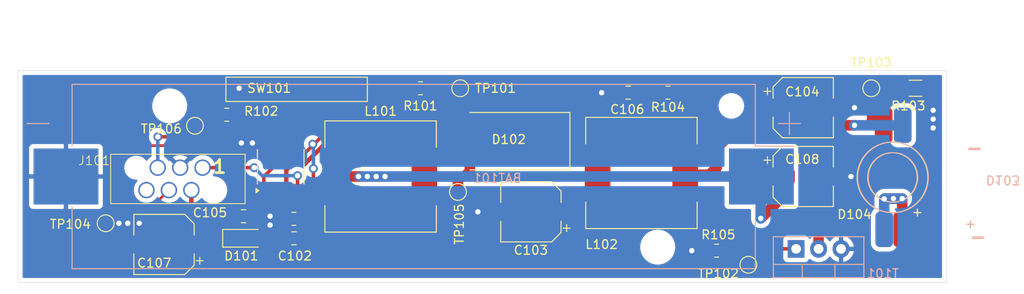
<source format=kicad_pcb>
(kicad_pcb (version 20241229) (generator "pcbnew") (generator_version "9.0")
  (layers (0 "F.Cu" signal) (2 "B.Cu" signal) (13 "F.Paste" user) (15 "B.Paste" user) (5 "F.SilkS" user "F.Silkscreen") (7 "B.SilkS" user "B.Silkscreen") (1 "F.Mask" user) (3 "B.Mask" user) (25 "Edge.Cuts" user))
  (net 0 "")
  (net 1 "GND")
  (net 2 "/PWR_MCU")
  (net 3 "/Current")
  (net 4 "/ICSPDAT")
  (net 5 "+BATT")
  (net 6 "/ICSPCLK")
  (net 7 "/MCLR!")
  (net 8 "/LED_PWR")
  (net 9 "/Boost")
  (net 10 "/LED")
  (net 11 "/SW_OUT")
  (net 12 "/Shunt")
  (net 14 "/Reed_In")
  (net 15 "/Switch")
  (net 16 "/DEBUG")
  (footprint "Capacitor_SMD:CP_Elec_6.3x5.8" (layer "F.Cu") (at 108 112 180)
    (property "Reference" "C103" (at 0 -4.35 0) (layer "F.SilkS"))
    (property "Value" "100µF/16V")
    (fp_line (start 3.41 3.41) (end 3.41 1.06) (stroke (width 0.12)) (layer "F.SilkS"))
    (fp_line (start 3.41 -3.41) (end 3.41 -1.06) (stroke (width 0.12)) (layer "F.SilkS"))
    (fp_line (start -2.345563 3.41) (end 3.41 3.41) (stroke (width 0.12)) (layer "F.SilkS"))
    (fp_line (start -2.345563 -3.41) (end 3.41 -3.41) (stroke (width 0.12)) (layer "F.SilkS"))
    (fp_line (start -3.41 2.345563) (end -2.345563 3.41) (stroke (width 0.12)) (layer "F.SilkS"))
    (fp_line (start -3.41 2.345563) (end -3.41 1.06) (stroke (width 0.12)) (layer "F.SilkS"))
    (fp_line (start -3.41 -2.345563) (end -2.345563 -3.41) (stroke (width 0.12)) (layer "F.SilkS"))
    (fp_line (start -3.41 -2.345563) (end -3.41 -1.06) (stroke (width 0.12)) (layer "F.SilkS"))
    (fp_line (start -4.04375 -2.24125) (end -4.04375 -1.45375) (stroke (width 0.12)) (layer "F.SilkS"))
    (fp_line (start -4.4375 -1.8475) (end -3.65 -1.8475) (stroke (width 0.12)) (layer "F.SilkS"))
    (pad "1" smd roundrect (at -2.7 0 180) (size 3.5 1.6) (layers "F.Cu" "F.Mask" "F.Paste") (roundrect_rratio 0.15625) (net 9 "/Boost"))
    (pad "2" smd roundrect (at 2.7 0 180) (size 3.5 1.6) (layers "F.Cu" "F.Mask" "F.Paste") (roundrect_rratio 0.15625) (net 1 "GND"))
  )
  (footprint "Resistor_SMD:R_0805_2012Metric_Pad1.20x1.40mm_HandSolder" (layer "F.Cu") (at 123.5 98.5 180)
    (property "Reference" "R104" (at 0 -1.65 0) (layer "F.SilkS"))
    (property "Value" "1K")
    (fp_line (start -0.227064 0.735) (end 0.227064 0.735) (stroke (width 0.12)) (layer "F.SilkS"))
    (fp_line (start -0.227064 -0.735) (end 0.227064 -0.735) (stroke (width 0.12)) (layer "F.SilkS"))
    (pad "1" smd roundrect (at -1 0 180) (size 1.2 1.4) (layers "F.Cu" "F.Mask" "F.Paste") (roundrect_rratio 0.208333) (net 12 "/Shunt"))
    (pad "2" smd roundrect (at 1 0 180) (size 1.2 1.4) (layers "F.Cu" "F.Mask" "F.Paste") (roundrect_rratio 0.208333) (net 3 "/Current"))
  )
  (footprint "Resistor_SMD:R_0805_2012Metric_Pad1.20x1.40mm_HandSolder" (layer "F.Cu") (at 95.5 98 180)
    (property "Reference" "R101" (at 0 -2 0) (layer "F.SilkS"))
    (property "Value" "10K")
    (fp_line (start -0.227064 0.735) (end 0.227064 0.735) (stroke (width 0.12)) (layer "F.SilkS"))
    (fp_line (start -0.227064 -0.735) (end 0.227064 -0.735) (stroke (width 0.12)) (layer "F.SilkS"))
    (pad "1" smd roundrect (at -1 0 180) (size 1.2 1.4) (layers "F.Cu" "F.Mask" "F.Paste") (roundrect_rratio 0.208333) (net 2 "/PWR_MCU"))
    (pad "2" smd roundrect (at 1 0 180) (size 1.2 1.4) (layers "F.Cu" "F.Mask" "F.Paste") (roundrect_rratio 0.208333) (net 14 "/Reed_In"))
  )
  (footprint "Capacitor_SMD:CP_Elec_6.3x5.8" (layer "F.Cu") (at 66.5 115.7 180)
    (property "Reference" "C107" (at 1.1 -2.1 0) (layer "F.SilkS"))
    (property "Value" "100µF/16V")
    (fp_line (start 3.41 3.41) (end 3.41 1.06) (stroke (width 0.12)) (layer "F.SilkS"))
    (fp_line (start 3.41 -3.41) (end 3.41 -1.06) (stroke (width 0.12)) (layer "F.SilkS"))
    (fp_line (start -2.345563 3.41) (end 3.41 3.41) (stroke (width 0.12)) (layer "F.SilkS"))
    (fp_line (start -2.345563 -3.41) (end 3.41 -3.41) (stroke (width 0.12)) (layer "F.SilkS"))
    (fp_line (start -3.41 2.345563) (end -2.345563 3.41) (stroke (width 0.12)) (layer "F.SilkS"))
    (fp_line (start -3.41 2.345563) (end -3.41 1.06) (stroke (width 0.12)) (layer "F.SilkS"))
    (fp_line (start -3.41 -2.345563) (end -2.345563 -3.41) (stroke (width 0.12)) (layer "F.SilkS"))
    (fp_line (start -3.41 -2.345563) (end -3.41 -1.06) (stroke (width 0.12)) (layer "F.SilkS"))
    (fp_line (start -4.04375 -2.24125) (end -4.04375 -1.45375) (stroke (width 0.12)) (layer "F.SilkS"))
    (fp_line (start -4.4375 -1.8475) (end -3.65 -1.8475) (stroke (width 0.12)) (layer "F.SilkS"))
    (pad "1" smd roundrect (at -2.7 0 180) (size 3.5 1.6) (layers "F.Cu" "F.Mask" "F.Paste") (roundrect_rratio 0.15625) (net 2 "/PWR_MCU"))
    (pad "2" smd roundrect (at 2.7 0 180) (size 3.5 1.6) (layers "F.Cu" "F.Mask" "F.Paste") (roundrect_rratio 0.15625) (net 1 "GND"))
  )
  (footprint "Capacitor_SMD:C_0805_2012Metric_Pad1.18x1.45mm_HandSolder" (layer "F.Cu") (at 119 98.5 180)
    (property "Reference" "C106" (at 0.1 -1.9 0) (layer "F.SilkS"))
    (property "Value" "100nF")
    (fp_line (start -0.261252 0.735) (end 0.261252 0.735) (stroke (width 0.12)) (layer "F.SilkS"))
    (fp_line (start -0.261252 -0.735) (end 0.261252 -0.735) (stroke (width 0.12)) (layer "F.SilkS"))
    (pad "1" smd roundrect (at -1.0375 0 180) (size 1.175 1.45) (layers "F.Cu" "F.Mask" "F.Paste") (roundrect_rratio 0.212766) (net 3 "/Current"))
    (pad "2" smd roundrect (at 1.0375 0 180) (size 1.175 1.45) (layers "F.Cu" "F.Mask" "F.Paste") (roundrect_rratio 0.212766) (net 1 "GND"))
  )
  (footprint "TestPoint:TestPoint_Pad_D1.5mm" (layer "F.Cu") (at 146.5 98)
    (property "Reference" "TP103" (at 0 -2.9 0) (layer "F.SilkS"))
    (property "Value" "TestPoint")
    (fp_circle (center 0 0) (end 0 0.95) (stroke (width 0.12)) (fill no) (layer "F.SilkS"))
    (pad "1" smd circle (at 0 0) (size 1.5 1.5) (layers "F.Cu" "F.Mask") (net 12 "/Shunt"))
  )
  (footprint "Diode_SMD:D_SMC_Handsoldering" (layer "F.Cu") (at 105.5 104 180)
    (property "Reference" "D102" (at 0 0.2 180) (layer "F.SilkS"))
    (property "Value" "SL42")
    (fp_line (start -6.91 3.25) (end 4.4 3.25) (stroke (width 0.12)) (layer "F.SilkS"))
    (fp_line (start -6.91 3.25) (end -6.91 -3.25) (stroke (width 0.12)) (layer "F.SilkS"))
    (fp_line (start -6.91 -3.25) (end 4.4 -3.25) (stroke (width 0.12)) (layer "F.SilkS"))
    (pad "1" smd roundrect (at -4.4 0 270) (size 3.3 4.5) (layers "F.Cu" "F.Mask" "F.Paste") (roundrect_rratio 0.0757575758) (net 9 "/Boost"))
    (pad "2" smd roundrect (at 4.4 0 270) (size 3.3 4.5) (layers "F.Cu" "F.Mask" "F.Paste") (roundrect_rratio 0.0757575758) (net 11 "/SW_OUT"))
  )
  (footprint "Capacitor_SMD:CP_Elec_6.3x5.8" (layer "F.Cu") (at 138.8 100.2)
    (property "Reference" "C104" (at -0.1 -1.8 0) (layer "F.SilkS"))
    (property "Value" "100µF/16V")
    (fp_line (start -4.4375 -1.8475) (end -3.65 -1.8475) (stroke (width 0.12)) (layer "F.SilkS"))
    (fp_line (start -4.04375 -2.24125) (end -4.04375 -1.45375) (stroke (width 0.12)) (layer "F.SilkS"))
    (fp_line (start -3.41 -2.345563) (end -3.41 -1.06) (stroke (width 0.12)) (layer "F.SilkS"))
    (fp_line (start -3.41 -2.345563) (end -2.345563 -3.41) (stroke (width 0.12)) (layer "F.SilkS"))
    (fp_line (start -3.41 2.345563) (end -3.41 1.06) (stroke (width 0.12)) (layer "F.SilkS"))
    (fp_line (start -3.41 2.345563) (end -2.345563 3.41) (stroke (width 0.12)) (layer "F.SilkS"))
    (fp_line (start -2.345563 -3.41) (end 3.41 -3.41) (stroke (width 0.12)) (layer "F.SilkS"))
    (fp_line (start -2.345563 3.41) (end 3.41 3.41) (stroke (width 0.12)) (layer "F.SilkS"))
    (fp_line (start 3.41 -3.41) (end 3.41 -1.06) (stroke (width 0.12)) (layer "F.SilkS"))
    (fp_line (start 3.41 3.41) (end 3.41 1.06) (stroke (width 0.12)) (layer "F.SilkS"))
    (pad "1" smd roundrect (at -2.7 0) (size 3.5 1.6) (layers "F.Cu" "F.Mask" "F.Paste") (roundrect_rratio 0.15625) (net 8 "/LED_PWR"))
    (pad "2" smd roundrect (at 2.7 0) (size 3.5 1.6) (layers "F.Cu" "F.Mask" "F.Paste") (roundrect_rratio 0.15625) (net 1 "GND"))
  )
  (footprint "TestPoint:TestPoint_Pad_D1.5mm" (layer "F.Cu") (at 70 102.25)
    (property "Reference" "TP106" (at -3.8 0.35 0) (layer "F.SilkS"))
    (property "Value" "TestPoint")
    (fp_circle (center 0 0) (end 0 0.95) (stroke (width 0.12)) (fill no) (layer "F.SilkS"))
    (pad "1" smd circle (at 0 0) (size 1.5 1.5) (layers "F.Cu" "F.Mask") (net 16 "/DEBUG"))
  )
  (footprint "Resistor_SMD:R_0805_2012Metric_Pad1.20x1.40mm_HandSolder" (layer "F.Cu") (at 81.2 112.8 180)
    (property "Reference" "R106" (hide yes))
    (property "Value" "10K")
    (fp_line (start -0.227064 0.735) (end 0.227064 0.735) (stroke (width 0.12)) (layer "F.SilkS"))
    (fp_line (start -0.227064 -0.735) (end 0.227064 -0.735) (stroke (width 0.12)) (layer "F.SilkS"))
    (pad "1" smd roundrect (at -1 0 180) (size 1.2 1.4) (layers "F.Cu" "F.Mask" "F.Paste") (roundrect_rratio 0.208333) (net 2 "/PWR_MCU"))
    (pad "2" smd roundrect (at 1 0 180) (size 1.2 1.4) (layers "F.Cu" "F.Mask" "F.Paste") (roundrect_rratio 0.208333) (net 7 "/MCLR!"))
  )
  (footprint "Package_SO:SSOP-8_3.9x5.05mm_P1.27mm" (layer "F.Cu") (at 79.7 106.9 90)
    (property "Reference" "IC101" (hide yes))
    (property "Value" "PIC16LF15313")
    (fp_line (start 0 -2.635) (end 1.95 -2.635) (stroke (width 0.12)) (layer "F.SilkS"))
    (fp_line (start 0 -2.635) (end -1.95 -2.635) (stroke (width 0.12)) (layer "F.SilkS"))
    (fp_line (start 0 2.635) (end 1.95 2.635) (stroke (width 0.12)) (layer "F.SilkS"))
    (fp_line (start 0 2.635) (end -1.95 2.635) (stroke (width 0.12)) (layer "F.SilkS"))
    (fp_poly (pts (xy -2.7 -2.465) (xy -2.94 -2.795) (xy -2.46 -2.795) (xy -2.7 -2.465)) (stroke (width 0.12)) (fill yes) (layer "F.SilkS"))
    (pad "1" smd roundrect (at -2.675 -1.905 90) (size 1.55 0.6) (layers "F.Cu" "F.Mask" "F.Paste") (net 2 "/PWR_MCU"))
    (pad "2" smd roundrect (at -2.675 -0.635 90) (size 1.55 0.6) (layers "F.Cu" "F.Mask" "F.Paste") (net 15 "/Switch"))
    (pad "3" smd roundrect (at -2.675 0.635 90) (size 1.55 0.6) (layers "F.Cu" "F.Mask" "F.Paste") (net 3 "/Current"))
    (pad "4" smd roundrect (at -2.675 1.905 90) (size 1.55 0.6) (layers "F.Cu" "F.Mask" "F.Paste") (net 7 "/MCLR!"))
    (pad "5" smd roundrect (at 2.675 1.905 90) (size 1.55 0.6) (layers "F.Cu" "F.Mask" "F.Paste") (net 14 "/Reed_In"))
    (pad "6" smd roundrect (at 2.675 0.635 90) (size 1.55 0.6) (layers "F.Cu" "F.Mask" "F.Paste") (net 6 "/ICSPCLK"))
    (pad "7" smd roundrect (at 2.675 -0.635 90) (size 1.55 0.6) (layers "F.Cu" "F.Mask" "F.Paste") (net 4 "/ICSPDAT"))
    (pad "8" smd roundrect (at 2.675 -1.905 90) (size 1.55 0.6) (layers "F.Cu" "F.Mask" "F.Paste") (net 1 "GND"))
  )
  (footprint "MySkedd:SKEDD-6" (layer "F.Cu") (at 70.866 107)
    (property "Reference" "J101" (at -12.266 -0.8 0) (layer "F.SilkS") (effects (font (thickness 0.1))))
    (property "Value" "SKEDD6")
    (fp_rect (start -10.399 -1.524) (end 4.811 4.076) (stroke (width 0.1)) (fill no) (layer "F.SilkS"))
    (fp_text user "1" (at 1.016 0.762 0) (layer "F.SilkS") (effects (font (size 1.5 1.5) (thickness 0.3) (bold yes)) (justify left bottom)))
    (pad "" np_thru_hole circle (at -7.5 0) (size 2.2 2.2) (drill 2.2) (layers "*.Cu" "*.Mask"))
    (pad "" np_thru_hole circle (at 1.23 2.54) (size 2.6 2.6) (drill 2.6) (layers "*.Cu" "*.Mask"))
    (pad "1" thru_hole circle (at 0 0) (size 1.85 1.85) (drill 1.5) (layers "*.Cu" "*.Mask") (net 7 "/MCLR!"))
    (pad "2" thru_hole circle (at -1.27 2.54) (size 1.85 1.85) (drill 1.5) (layers "*.Cu" "*.Mask") (net 2 "/PWR_MCU"))
    (pad "3" thru_hole circle (at -2.54 0) (size 1.85 1.85) (drill 1.5) (layers "*.Cu" "*.Mask") (net 1 "GND"))
    (pad "4" thru_hole circle (at -3.81 2.54) (size 1.85 1.85) (drill 1.5) (layers "*.Cu" "*.Mask") (net 4 "/ICSPDAT"))
    (pad "5" thru_hole circle (at -5.08 0) (size 1.85 1.85) (drill 1.5) (layers "*.Cu" "*.Mask") (net 6 "/ICSPCLK"))
    (pad "6" thru_hole circle (at -6.35 2.54) (size 1.85 1.85) (drill 1.5) (layers "*.Cu" "*.Mask"))
  )
  (footprint "Resistor_SMD:R_0805_2012Metric_Pad1.20x1.40mm_HandSolder" (layer "F.Cu") (at 73.6 101 180)
    (property "Reference" "R102" (at -3.9 0.4 0) (layer "F.SilkS"))
    (property "Value" "1K")
    (fp_line (start -0.227064 0.735) (end 0.227064 0.735) (stroke (width 0.12)) (layer "F.SilkS"))
    (fp_line (start -0.227064 -0.735) (end 0.227064 -0.735) (stroke (width 0.12)) (layer "F.SilkS"))
    (pad "1" smd roundrect (at -1 0 180) (size 1.2 1.4) (layers "F.Cu" "F.Mask" "F.Paste") (roundrect_rratio 0.208333) (net 6 "/ICSPCLK"))
    (pad "2" smd roundrect (at 1 0 180) (size 1.2 1.4) (layers "F.Cu" "F.Mask" "F.Paste") (roundrect_rratio 0.208333) (net 16 "/DEBUG"))
  )
  (footprint "Inductor_SMD:L_12x12mm_H8mm" (layer "F.Cu") (at 91 108)
    (property "Reference" "L101" (at 0 -7.4 0) (layer "F.SilkS"))
    (property "Value" "33µH")
    (fp_line (start -6.3 -6.3) (end 6.3 -6.3) (stroke (width 0.12)) (layer "F.SilkS"))
    (fp_line (start -6.3 -3.3) (end -6.3 -6.3) (stroke (width 0.12)) (layer "F.SilkS"))
    (fp_line (start -6.3 6.3) (end -6.3 3.3) (stroke (width 0.12)) (layer "F.SilkS"))
    (fp_line (start 6.3 -6.3) (end 6.3 -3.3) (stroke (width 0.12)) (layer "F.SilkS"))
    (fp_line (start 6.3 3.3) (end 6.3 6.3) (stroke (width 0.12)) (layer "F.SilkS"))
    (fp_line (start 6.3 6.3) (end -6.3 6.3) (stroke (width 0.12)) (layer "F.SilkS"))
    (pad "1" smd rect (at -4.95 0) (size 2.9 5.4) (layers "F.Cu" "F.Mask" "F.Paste") (net 5 "+BATT"))
    (pad "2" smd rect (at 4.95 0) (size 2.9 5.4) (layers "F.Cu" "F.Mask" "F.Paste") (net 11 "/SW_OUT"))
  )
  (footprint "Capacitor_SMD:C_0805_2012Metric_Pad1.18x1.45mm_HandSolder" (layer "F.Cu") (at 81.2 115 180)
    (property "Reference" "C102" (at -0.1 -2 180) (layer "F.SilkS"))
    (property "Value" "100nF")
    (fp_line (start -0.261252 0.735) (end 0.261252 0.735) (stroke (width 0.12)) (layer "F.SilkS"))
    (fp_line (start -0.261252 -0.735) (end 0.261252 -0.735) (stroke (width 0.12)) (layer "F.SilkS"))
    (pad "1" smd roundrect (at -1.0375 0 180) (size 1.175 1.45) (layers "F.Cu" "F.Mask" "F.Paste") (roundrect_rratio 0.212766) (net 5 "+BATT"))
    (pad "2" smd roundrect (at 1.0375 0 180) (size 1.175 1.45) (layers "F.Cu" "F.Mask" "F.Paste") (roundrect_rratio 0.212766) (net 1 "GND"))
  )
  (footprint "TestPoint:TestPoint_Pad_D1.5mm" (layer "F.Cu") (at 99.75 109.75)
    (property "Reference" "TP105" (at 0.15 3.65 90) (layer "F.SilkS"))
    (property "Value" "TestPoint")
    (fp_circle (center 0 0) (end 0 0.95) (stroke (width 0.12)) (fill no) (layer "F.SilkS"))
    (pad "1" smd circle (at 0 0) (size 1.5 1.5) (layers "F.Cu" "F.Mask") (net 11 "/SW_OUT"))
  )
  (footprint "TestPoint:TestPoint_Pad_D1.5mm" (layer "F.Cu") (at 59.9 113.3)
    (property "Reference" "TP104" (at -4 0.1 0) (layer "F.SilkS"))
    (property "Value" "TestPoint")
    (fp_circle (center 0 0) (end 0 0.95) (stroke (width 0.12)) (fill no) (layer "F.SilkS"))
    (pad "1" smd circle (at 0 0) (size 1.5 1.5) (layers "F.Cu" "F.Mask") (net 1 "GND"))
  )
  (footprint "Capacitor_SMD:C_0805_2012Metric_Pad1.18x1.45mm_HandSolder" (layer "F.Cu") (at 75.5 112.5)
    (property "Reference" "C105" (at -3.8 -0.4 180) (layer "F.SilkS"))
    (property "Value" "100nF")
    (fp_line (start -0.261252 -0.735) (end 0.261252 -0.735) (stroke (width 0.12)) (layer "F.SilkS"))
    (fp_line (start -0.261252 0.735) (end 0.261252 0.735) (stroke (width 0.12)) (layer "F.SilkS"))
    (pad "1" smd roundrect (at -1.0375 0) (size 1.175 1.45) (layers "F.Cu" "F.Mask" "F.Paste") (roundrect_rratio 0.212766) (net 2 "/PWR_MCU"))
    (pad "2" smd roundrect (at 1.0375 0) (size 1.175 1.45) (layers "F.Cu" "F.Mask" "F.Paste") (roundrect_rratio 0.212766) (net 1 "GND"))
  )
  (footprint "MyLED:LPB200XX" (layer "F.Cu") (at 148.9 108.1)
    (property "Reference" "D104" (at -4.3 4.2 0) (layer "F.SilkS"))
    (property "Value" "LB-P200W2C-H3")
    (fp_circle (center 0 0) (end 2.8 0) (stroke (width 0.12)) (fill no) (layer "F.SilkS"))
    (fp_circle (center 0 0) (end 4 0) (stroke (width 0.12)) (fill no) (layer "F.SilkS"))
    (fp_text user "+" (at 2.1 4.5 0) (layer "F.SilkS") (effects (justify left bottom)))
    (fp_text user "-" (at 10.8 7.6 -0) (layer "B.SilkS") (effects (font (size 1.5 1.5) (thickness 0.3) (bold yes)) (justify right bottom)))
    (pad "1" smd roundrect (at -1 -5.9 270) (size 4.0025 2.0025) (layers "F.Cu" "F.Mask" "F.Paste") (net 12 "/Shunt"))
    (pad "2" smd roundrect (at 1.1 5.9 270) (size 4.0025 2.0025) (layers "F.Cu" "F.Mask" "F.Paste") (net 10 "/LED"))
  )
  (footprint "Inductor_SMD:L_12x12mm_H8mm" (layer "F.Cu") (at 120.5 107.6)
    (property "Reference" "L102" (at -4.5 8.1 0) (layer "F.SilkS"))
    (property "Value" "33µH")
    (fp_line (start -6.3 -6.3) (end 6.3 -6.3) (stroke (width 0.12)) (layer "F.SilkS"))
    (fp_line (start -6.3 -3.3) (end -6.3 -6.3) (stroke (width 0.12)) (layer "F.SilkS"))
    (fp_line (start -6.3 6.3) (end -6.3 3.3) (stroke (width 0.12)) (layer "F.SilkS"))
    (fp_line (start 6.3 -6.3) (end 6.3 -3.3) (stroke (width 0.12)) (layer "F.SilkS"))
    (fp_line (start 6.3 3.3) (end 6.3 6.3) (stroke (width 0.12)) (layer "F.SilkS"))
    (fp_line (start 6.3 6.3) (end -6.3 6.3) (stroke (width 0.12)) (layer "F.SilkS"))
    (pad "1" smd rect (at -4.95 0) (size 2.9 5.4) (layers "F.Cu" "F.Mask" "F.Paste") (net 9 "/Boost"))
    (pad "2" smd rect (at 4.95 0) (size 2.9 5.4) (layers "F.Cu" "F.Mask" "F.Paste") (net 8 "/LED_PWR"))
  )
  (footprint "TestPoint:TestPoint_Pad_D1.5mm" (layer "F.Cu") (at 100 98)
    (property "Reference" "TP101" (at 4 0 0) (layer "F.SilkS"))
    (property "Value" "TestPoint")
    (fp_circle (center 0 0) (end 0 0.95) (stroke (width 0.12)) (fill no) (layer "F.SilkS"))
    (pad "1" smd circle (at 0 0) (size 1.5 1.5) (layers "F.Cu" "F.Mask") (net 2 "/PWR_MCU"))
  )
  (footprint "MyReed:Meder MK15-C-2" (layer "F.Cu") (at 81.5 98)
    (property "Reference" "SW101" (at -3.1 0 0) (layer "F.SilkS"))
    (property "Value" "MK15-C2")
    (fp_rect (start -8 -1.25) (end 8 1.5) (stroke (width 0.12)) (fill no) (layer "F.SilkS"))
    (pad "1" smd roundrect (at -9.2 0) (size 2 1.5) (layers "F.Cu" "F.Mask" "F.Paste") (net 1 "GND"))
    (pad "2" smd roundrect (at 9.2 0) (size 2 1.5) (layers "F.Cu" "F.Mask" "F.Paste") (net 14 "/Reed_In"))
  )
  (footprint "Capacitor_SMD:CP_Elec_6.3x5.8" (layer "F.Cu") (at 138.8 108)
    (property "Reference" "C108" (at -0.1 -1.95 0) (layer "F.SilkS"))
    (property "Value" "100µF/16V")
    (fp_line (start -4.4375 -1.8475) (end -3.65 -1.8475) (stroke (width 0.12)) (layer "F.SilkS"))
    (fp_line (start -4.04375 -2.24125) (end -4.04375 -1.45375) (stroke (width 0.12)) (layer "F.SilkS"))
    (fp_line (start -3.41 -2.345563) (end -3.41 -1.06) (stroke (width 0.12)) (layer "F.SilkS"))
    (fp_line (start -3.41 -2.345563) (end -2.345563 -3.41) (stroke (width 0.12)) (layer "F.SilkS"))
    (fp_line (start -3.41 2.345563) (end -3.41 1.06) (stroke (width 0.12)) (layer "F.SilkS"))
    (fp_line (start -3.41 2.345563) (end -2.345563 3.41) (stroke (width 0.12)) (layer "F.SilkS"))
    (fp_line (start -2.345563 -3.41) (end 3.41 -3.41) (stroke (width 0.12)) (layer "F.SilkS"))
    (fp_line (start -2.345563 3.41) (end 3.41 3.41) (stroke (width 0.12)) (layer "F.SilkS"))
    (fp_line (start 3.41 -3.41) (end 3.41 -1.06) (stroke (width 0.12)) (layer "F.SilkS"))
    (fp_line (start 3.41 3.41) (end 3.41 1.06) (stroke (width 0.12)) (layer "F.SilkS"))
    (pad "1" smd roundrect (at -2.7 0) (size 3.5 1.6) (layers "F.Cu" "F.Mask" "F.Paste") (roundrect_rratio 0.15625) (net 5 "+BATT"))
    (pad "2" smd roundrect (at 2.7 0) (size 3.5 1.6) (layers "F.Cu" "F.Mask" "F.Paste") (roundrect_rratio 0.15625) (net 1 "GND"))
  )
  (footprint "TestPoint:TestPoint_Pad_D1.5mm" (layer "F.Cu") (at 132.6 118)
    (property "Reference" "TP102" (at -3.4 1 0) (layer "F.SilkS"))
    (property "Value" "TestPoint")
    (fp_circle (center 0 0) (end 0 0.95) (stroke (width 0.12)) (fill no) (layer "F.SilkS"))
    (pad "1" smd circle (at 0 0) (size 1.5 1.5) (layers "F.Cu" "F.Mask") (net 15 "/Switch"))
  )
  (footprint "Diode_SMD:D_SOD-123" (layer "F.Cu") (at 75.5 115)
    (property "Reference" "D101" (at -0.261252 2 0) (layer "F.SilkS"))
    (property "Value" "BAV16W")
    (fp_line (start -2.36 -1) (end -2.36 1) (stroke (width 0.12)) (layer "F.SilkS"))
    (fp_line (start -2.36 -1) (end 1.65 -1) (stroke (width 0.12)) (layer "F.SilkS"))
    (fp_line (start -2.36 1) (end 1.65 1) (stroke (width 0.12)) (layer "F.SilkS"))
    (pad "1" smd roundrect (at -1.65 0) (size 0.9 1.2) (layers "F.Cu" "F.Mask" "F.Paste") (net 2 "/PWR_MCU"))
    (pad "2" smd roundrect (at 1.65 0) (size 0.9 1.2) (layers "F.Cu" "F.Mask" "F.Paste") (net 5 "+BATT"))
  )
  (footprint "Resistor_SMD:R_1206_3216Metric_Pad1.30x1.75mm_HandSolder" (layer "F.Cu") (at 151.5 98)
    (property "Reference" "R103" (at -0.8 2 0) (layer "F.SilkS"))
    (property "Value" "1")
    (fp_line (start -0.727064 -0.91) (end 0.727064 -0.91) (stroke (width 0.12)) (layer "F.SilkS"))
    (fp_line (start -0.727064 0.91) (end 0.727064 0.91) (stroke (width 0.12)) (layer "F.SilkS"))
    (pad "1" smd roundrect (at -1.55 0) (size 1.3 1.75) (layers "F.Cu" "F.Mask" "F.Paste") (roundrect_rratio 0.192308) (net 12 "/Shunt"))
    (pad "2" smd roundrect (at 1.55 0) (size 1.3 1.75) (layers "F.Cu" "F.Mask" "F.Paste") (roundrect_rratio 0.192308) (net 1 "GND"))
  )
  (footprint "Resistor_SMD:R_0805_2012Metric_Pad1.20x1.40mm_HandSolder" (layer "F.Cu") (at 129 116.4 180)
    (property "Reference" "R105" (at -0.2 1.8 0) (layer "F.SilkS"))
    (property "Value" "100K")
    (fp_line (start -0.227064 0.735) (end 0.227064 0.735) (stroke (width 0.12)) (layer "F.SilkS"))
    (fp_line (start -0.227064 -0.735) (end 0.227064 -0.735) (stroke (width 0.12)) (layer "F.SilkS"))
    (pad "1" smd roundrect (at -1 0 180) (size 1.2 1.4) (layers "F.Cu" "F.Mask" "F.Paste") (roundrect_rratio 0.208333) (net 15 "/Switch"))
    (pad "2" smd roundrect (at 1 0 180) (size 1.2 1.4) (layers "F.Cu" "F.Mask" "F.Paste") (roundrect_rratio 0.208333) (net 1 "GND"))
  )
  (footprint "Package_TO_SOT_THT:TO-220-3_Vertical" (layer "B.Cu") (at 138 116.2)
    (property "Reference" "T101" (at 9.8 2.8 180) (layer "B.SilkS") (effects (justify mirror)))
    (property "Value" "DMT6009LCT")
    (fp_line (start -2.58 -1.371) (end 7.66 -1.371) (stroke (width 0.12)) (layer "B.SilkS"))
    (fp_line (start -2.58 1.76) (end 7.66 1.76) (stroke (width 0.12)) (layer "B.SilkS"))
    (fp_line (start -2.58 3.27) (end -2.58 -1.371) (stroke (width 0.12)) (layer "B.SilkS"))
    (fp_line (start -2.58 3.27) (end 7.66 3.27) (stroke (width 0.12)) (layer "B.SilkS"))
    (fp_line (start 0.69 3.27) (end 0.69 1.76) (stroke (width 0.12)) (layer "B.SilkS"))
    (fp_line (start 4.391 3.27) (end 4.391 1.76) (stroke (width 0.12)) (layer "B.SilkS"))
    (fp_line (start 7.66 3.27) (end 7.66 -1.371) (stroke (width 0.12)) (layer "B.SilkS"))
    (pad "1" thru_hole rect (at 0 0) (size 1.905 2) (drill 1.1) (layers "*.Cu" "*.Mask") (net 15 "/Switch"))
    (pad "2" thru_hole oval (at 2.54 0) (size 1.905 2) (drill 1.1) (layers "*.Cu" "*.Mask") (net 11 "/SW_OUT"))
    (pad "3" thru_hole oval (at 5.08 0) (size 1.905 2) (drill 1.1) (layers "*.Cu" "*.Mask") (net 1 "GND"))
  )
  (footprint "MyLED:LPB200XX" (layer "B.Cu") (at 148.96 108.1)
    (property "Reference" "D103" (at 12.44 0.3 180) (layer "B.SilkS") (effects (justify mirror)))
    (property "Value" "LB-P200W2C-H3")
    (fp_circle (center 0 0) (end 2.8 0) (stroke (width 0.12)) (fill no) (layer "B.SilkS"))
    (fp_circle (center 0 0) (end 4 0) (stroke (width 0.12)) (fill no) (layer "B.SilkS"))
    (fp_text user "-" (at 10.34 -4 180) (layer "B.SilkS") (effects (font (size 1.5 1.5) (thickness 0.3) (bold yes)) (justify left bottom)))
    (fp_text user "+" (at 8.04 4.8 180) (layer "B.SilkS") (effects (justify left bottom mirror)))
    (pad "1" smd roundrect (at -1 5.9 90) (size 4.0025 2.0025) (layers "B.Cu" "B.Mask" "B.Paste") (net 10 "/LED"))
    (pad "2" smd roundrect (at 1.1 -5.9 90) (size 4.0025 2.0025) (layers "B.Cu" "B.Mask" "B.Paste") (net 8 "/LED_PWR"))
  )
  (footprint "Battery:BatteryHolder_Keystone_1042_1x18650" (layer "B.Cu") (at 94.742 108 180)
    (property "Reference" "BAT101" (at -9.458 -0.2 0) (layer "B.SilkS") (effects (justify mirror)))
    (property "Value" "KEYSTONE Battery Holder 1042")
    (fp_line (start 43.75 6) (end 41.25 6) (stroke (width 0.12)) (layer "B.SilkS"))
    (fp_line (start 38.64 10.44) (end -38.64 10.44) (stroke (width 0.12)) (layer "B.SilkS"))
    (fp_line (start 38.64 3.44) (end 38.64 10.42) (stroke (width 0.12)) (layer "B.SilkS"))
    (fp_line (start 38.64 -3.44) (end 38.64 -10.44) (stroke (width 0.12)) (layer "B.SilkS"))
    (fp_line (start 38.64 -10.44) (end -38.64 -10.44) (stroke (width 0.12)) (layer "B.SilkS"))
    (fp_line (start -38.64 10.44) (end -38.64 3.44) (stroke (width 0.12)) (layer "B.SilkS"))
    (fp_line (start -38.64 3.44) (end -43 3.44) (stroke (width 0.12)) (layer "B.SilkS"))
    (fp_line (start -38.64 -10.44) (end -38.64 -3.44) (stroke (width 0.12)) (layer "B.SilkS"))
    (fp_line (start -42.5 4.75) (end -42.5 7.25) (stroke (width 0.12)) (layer "B.SilkS"))
    (fp_line (start -43.75 6) (end -41.25 6) (stroke (width 0.12)) (layer "B.SilkS"))
    (pad "" np_thru_hole circle (at -35.93 8 180) (size 2.39 2.39) (drill 2.39) (layers "*.Cu" "*.Mask"))
    (pad "" np_thru_hole circle (at -27.6 -8 180) (size 3.45 3.45) (drill 3.45) (layers "*.Cu" "*.Mask"))
    (pad "" np_thru_hole circle (at 27.6 8 180) (size 3.45 3.45) (drill 3.45) (layers "*.Cu" "*.Mask"))
    (pad "1" smd rect (at -39.33 0 180) (size 7.34 6.35) (layers "B.Cu" "B.Mask" "B.Paste") (net 5 "+BATT"))
    (pad "2" smd rect (at 39.33 0 180) (size 7.34 6.35) (layers "B.Cu" "B.Mask" "B.Paste") (net 1 "GND"))
  )
  (gr_rect (start 50 96) (end 155 120) (stroke (width 0.05)) (fill no) (layer "Edge.Cuts"))
  (gr_text "Diver flasher" (at 84.5 117 0) (layer "F.Cu") (effects (font (size 1.5 1.5) (thickness 0.3) (bold yes)) (justify left bottom)))
  (gr_text "V1.1" (at 154 118.5 90) (layer "F.Cu") (effects (font (size 1.5 1.5) (thickness 0.3) (bold yes)) (justify left bottom)))
  (segment (start 153.05 99.55) (end 153.5 100) (width 1.2) (layer "F.Cu") (net 1))
  (segment (start 117.9625 98.5) (end 116 98.5) (width 1.2) (layer "F.Cu") (net 1))
  (segment (start 153.5 100.5) (end 153.5 101.5) (width 1.2) (layer "F.Cu") (net 1))
  (segment (start 153.5 100) (end 153.5 100.5) (width 1.2) (layer "F.Cu") (net 1))
  (segment (start 63.7 113.3) (end 62.4 113.3) (width 1.2) (layer "F.Cu") (net 1))
  (segment (start 62.4 113.3) (end 61.4 113.3) (width 1.2) (layer "F.Cu") (net 1))
  (segment (start 153.5 101.5) (end 153.5 102.5) (width 1.2) (layer "F.Cu") (net 1))
  (segment (start 76.5375 112.5) (end 78.5 112.5) (width 0.4) (layer "F.Cu") (net 1))
  (segment (start 77.795 104.225) (end 76.525 104.225) (width 0.5) (layer "F.Cu") (net 1))
  (segment (start 141.5 108) (end 144.2 108) (width 1.2) (layer "F.Cu") (net 1))
  (segment (start 79.4625 115) (end 80.1625 115) (width 0.4) (layer "F.Cu") (net 1))
  (segment (start 105.3 112) (end 102 112) (width 1.2) (layer "F.Cu") (net 1))
  (segment (start 153.05 98) (end 153.05 99.55) (width 1.2) (layer "F.Cu") (net 1))
  (segment (start 78.5 113.5) (end 78.5 114.0375) (width 0.4) (layer "F.Cu") (net 1))
  (segment (start 63.8 113.4) (end 63.7 113.3) (width 1.2) (layer "F.Cu") (net 1))
  (segment (start 63.8 115.7) (end 63.8 113.4) (width 1.2) (layer "F.Cu") (net 1))
  (segment (start 78.5 114.0375) (end 79.4625 115) (width 0.4) (layer "F.Cu") (net 1))
  (segment (start 78.5 112.5) (end 78.5 113.5) (width 0.4) (layer "F.Cu") (net 1))
  (segment (start 144.6 100.2) (end 141.5 100.2) (width 1.2) (layer "F.Cu") (net 1))
  (segment (start 126.2 116.4) (end 128 116.4) (width 1.2) (layer "F.Cu") (net 1))
  (segment (start 75.25 104.2) (end 76.5 104.2) (width 0.6) (layer "F.Cu") (net 1))
  (segment (start 76.525 104.225) (end 76.5 104.2) (width 0.5) (layer "F.Cu") (net 1))
  (segment (start 61.4 113.3) (end 59.9 113.3) (width 1.2) (layer "F.Cu") (net 1))
  (segment (start 72.3 98) (end 75 98) (width 0.4) (layer "F.Cu") (net 1))
  (via (at 153.5 100.5) (size 1) (drill 0.6) (layers "F.Cu" "B.Cu") (net 1))
  (via (at 76.5 104.2) (size 1) (drill 0.6) (layers "F.Cu" "B.Cu") (net 1))
  (via (at 78.5 112.5) (size 1) (drill 0.6) (layers "F.Cu" "B.Cu") (net 1))
  (via (at 61.4 113.3) (size 1) (drill 0.6) (layers "F.Cu" "B.Cu") (net 1))
  (via (at 78.5 113.5) (size 1) (drill 0.6) (layers "F.Cu" "B.Cu") (net 1))
  (via (at 102 112) (size 1) (drill 0.6) (layers "F.Cu" "B.Cu") (net 1))
  (via (at 75 98) (size 1) (drill 0.6) (layers "F.Cu" "B.Cu") (net 1))
  (via (at 144.2 108) (size 1) (drill 0.6) (layers "F.Cu" "B.Cu") (net 1))
  (via (at 153.5 102.5) (size 1) (drill 0.6) (layers "F.Cu" "B.Cu") (net 1))
  (via (at 116 98.5) (size 1.2) (drill 0.6) (layers "F.Cu" "B.Cu") (net 1))
  (via (at 153.5 101.5) (size 1) (drill 0.6) (layers "F.Cu" "B.Cu") (net 1))
  (via (at 63.7 113.3) (size 1) (drill 0.6) (layers "F.Cu" "B.Cu") (net 1))
  (via (at 62.4 113.3) (size 1) (drill 0.6) (layers "F.Cu" "B.Cu") (net 1))
  (via (at 75.25 104.2) (size 1) (drill 0.6) (layers "F.Cu" "B.Cu") (net 1))
  (via (at 144.6 100.2) (size 1) (drill 0.6) (layers "F.Cu" "B.Cu") (net 1))
  (via (at 126.2 116.4) (size 1) (drill 0.6) (layers "F.Cu" "B.Cu") (net 1))
  (segment (start 76.2 109.6) (end 77.2 109.6) (width 0.4) (layer "F.Cu") (net 2))
  (segment (start 95.5 100) (end 96.5 99) (width 0.4) (layer "F.Cu") (net 2))
  (segment (start 83.4 111.6) (end 83.4 107.1) (width 0.4) (layer "F.Cu") (net 2))
  (segment (start 74.4625 112.5) (end 74.4625 111.3375) (width 0.4) (layer "F.Cu") (net 2))
  (segment (start 77.225 109.575) (end 77.795 109.575) (width 0.4) (layer "F.Cu") (net 2))
  (segment (start 77.795 108.005) (end 80.1 105.7) (width 0.4) (layer "F.Cu") (net 2))
  (segment (start 69.596 114.896) (end 69.2 115.292) (width 0.4) (layer "F.Cu") (net 2))
  (segment (start 96.5 99) (end 96.5 98) (width 0.4) (layer "F.Cu") (net 2))
  (segment (start 74.4625 111.3375) (end 76.2 109.6) (width 0.4) (layer "F.Cu") (net 2))
  (segment (start 74.4625 114.3875) (end 73.85 115) (width 0.4) (layer "F.Cu") (net 2))
  (segment (start 80.1 105.7) (end 82.1 105.7) (width 0.4) (layer "F.Cu") (net 2))
  (segment (start 82.1 105.7) (end 87.8 100) (width 0.4) (layer "F.Cu") (net 2))
  (segment (start 73 115) (end 73.85 115) (width 0.4) (layer "F.Cu") (net 2))
  (segment (start 96.5 98) (end 100 98) (width 0.4) (layer "F.Cu") (net 2))
  (segment (start 74.4625 112.5) (end 74.4625 114.3875) (width 0.4) (layer "F.Cu") (net 2))
  (segment (start 72.5 115.5) (end 73 115) (width 0.4) (layer "F.Cu") (net 2))
  (segment (start 69.2 115.7) (end 69.4 115.5) (width 0.4) (layer "F.Cu") (net 2))
  (segment (start 77.795 109.575) (end 77.795 108.005) (width 0.4) (layer "F.Cu") (net 2))
  (segment (start 69.4 115.5) (end 72.5 115.5) (width 0.4) (layer "F.Cu") (net 2))
  (segment (start 87.8 100) (end 95.5 100) (width 0.4) (layer "F.Cu") (net 2))
  (segment (start 69.596 109.54) (end 69.596 114.896) (width 0.5) (layer "F.Cu") (net 2))
  (segment (start 77.2 109.6) (end 77.225 109.575) (width 0.4) (layer "F.Cu") (net 2))
  (segment (start 69.2 115.292) (end 69.2 115.7) (width 0.4) (layer "F.Cu") (net 2))
  (segment (start 82.2 112.8) (end 83.4 111.6) (width 0.4) (layer "F.Cu") (net 2))
  (via (at 83.4 107.1) (size 1) (drill 0.6) (layers "F.Cu" "B.Cu") (net 2))
  (via (at 83.328248 104.328248) (size 1) (drill 0.6) (layers "F.Cu" "B.Cu") (net 2))
  (segment (start 83.4 104.4) (end 83.328248 104.328248) (width 0.4) (layer "B.Cu") (net 2))
  (segment (start 83.4 107.1) (end 83.4 104.4) (width 0.4) (layer "B.Cu") (net 2))
  (segment (start 82.4 106.6) (end 87.5 101.5) (width 0.5) (layer "F.Cu") (net 3))
  (segment (start 87.5 101.5) (end 97.5 101.5) (width 0.5) (layer "F.Cu") (net 3))
  (segment (start 80.335 107.265) (end 81 106.6) (width 0.5) (layer "F.Cu") (net 3))
  (segment (start 120.0375 98.5) (end 122.5 98.5) (width 0.4) (layer "F.Cu") (net 3))
  (segment (start 99 100) (end 119.5 100) (width 0.5) (layer "F.Cu") (net 3))
  (segment (start 97.5 101.5) (end 99 100) (width 0.5) (layer "F.Cu") (net 3))
  (segment (start 80.335 109.575) (end 80.335 107.265) (width 0.5) (layer "F.Cu") (net 3))
  (segment (start 119.5 100) (end 120.0375 99.4625) (width 0.5) (layer "F.Cu") (net 3))
  (segment (start 81 106.6) (end 82.4 106.6) (width 0.5) (layer "F.Cu") (net 3))
  (segment (start 120.0375 99.4625) (end 120.0375 98.5) (width 0.5) (layer "F.Cu") (net 3))
  (segment (start 75 102.5) (end 73 104.5) (width 0.4) (layer "F.Cu") (net 4))
  (segment (start 70.25 104.5) (end 62.5 104.5) (width 0.3) (layer "F.Cu") (net 4))
  (segment (start 79.065 103.065) (end 78.5 102.5) (width 0.4) (layer "F.Cu") (net 4))
  (segment (start 73 104.5) (end 70.25 104.5) (width 0.4) (layer "F.Cu") (net 4))
  (segment (start 61.5 105.5) (end 61.5 110.5) (width 0.3) (layer "F.Cu") (net 4))
  (segment (start 65.096 111.5) (end 67.056 109.54) (width 0.3) (layer "F.Cu") (net 4))
  (segment (start 79.065 104.225) (end 79.065 103.065) (width 0.4) (layer "F.Cu") (net 4))
  (segment (start 62.5 111.5) (end 65.096 111.5) (width 0.3) (layer "F.Cu") (net 4))
  (segment (start 62.5 104.5) (end 61.5 105.5) (width 0.3) (layer "F.Cu") (net 4))
  (segment (start 67.056 109.54) (end 67.5 109.984) (width 0.4) (layer "F.Cu") (net 4))
  (segment (start 78.5 102.5) (end 75 102.5) (width 0.4) (layer "F.Cu") (net 4))
  (segment (start 61.5 110.5) (end 62.5 111.5) (width 0.3) (layer "F.Cu") (net 4))
  (segment (start 83 116.5) (end 83.5 116) (width 0.4) (layer "F.Cu") (net 5))
  (segment (start 86.05 108) (end 88.5 108) (width 1.2) (layer "F.Cu") (net 5))
  (segment (start 83.5 116) (end 83.5 115) (width 0.4) (layer "F.Cu") (net 5))
  (segment (start 89.5 108) (end 90.5 108) (width 1.2) (layer "F.Cu") (net 5))
  (segment (start 77.5 116.5) (end 83 116.5) (width 0.4) (layer "F.Cu") (net 5))
  (segment (start 136.1 110.65) (end 134 112.75) (width 1.2) (layer "F.Cu") (net 5))
  (segment (start 86.05 112.45) (end 83.5 115) (width 0.4) (layer "F.Cu") (net 5))
  (segment (start 90.5 108) (end 91.5 108) (width 1.2) (layer "F.Cu") (net 5))
  (segment (start 77.15 115) (end 77.15 116.15) (width 0.4) (layer "F.Cu") (net 5))
  (segment (start 86.05 108) (end 86.05 112.45) (width 0.4) (layer "F.Cu") (net 5))
  (segment (start 136.1 108) (end 136.1 110.65) (width 1.2) (layer "F.Cu") (net 5))
  (segment (start 88.5 108) (end 89.5 108) (width 1.2) (layer "F.Cu") (net 5))
  (segment (start 77.15 116.15) (end 77.5 116.5) (width 0.4) (layer "F.Cu") (net 5))
  (segment (start 83.5 115) (end 82.2375 115) (width 0.4) (layer "F.Cu") (net 5))
  (via (at 91.5 108) (size 1) (drill 0.6) (layers "F.Cu" "B.Cu") (net 5))
  (via (at 88.5 108) (size 1) (drill 0.6) (layers "F.Cu" "B.Cu") (net 5))
  (via (at 134 112.75) (size 1) (drill 0.6) (layers "F.Cu" "B.Cu") (net 5))
  (via (at 89.5 108) (size 1) (drill 0.6) (layers "F.Cu" "B.Cu") (net 5))
  (via (at 90.5 108) (size 1) (drill 0.6) (layers "F.Cu" "B.Cu") (net 5))
  (segment (start 134.072 108) (end 89 108) (width 1.2) (layer "B.Cu") (net 5))
  (segment (start 134 108.072) (end 134.072 108) (width 1.2) (layer "B.Cu") (net 5))
  (segment (start 134 112.75) (end 134 108.072) (width 1.2) (layer "B.Cu") (net 5))
  (segment (start 74.6 101.6) (end 72.7 103.5) (width 0.4) (layer "F.Cu") (net 6))
  (segment (start 80.335 101.835) (end 79.5 101) (width 0.4) (layer "F.Cu") (net 6))
  (segment (start 74.6 101) (end 74.6 101.6) (width 0.4) (layer "F.Cu") (net 6))
  (segment (start 72.7 103.5) (end 65.8 103.5) (width 0.4) (layer "F.Cu") (net 6))
  (segment (start 79.5 101) (end 74.6 101) (width 0.4) (layer "F.Cu") (net 6))
  (segment (start 80.335 104.225) (end 80.335 101.835) (width 0.4) (layer "F.Cu") (net 6))
  (via (at 65.8 103.5) (size 1) (drill 0.6) (layers "F.Cu" "B.Cu") (net 6))
  (segment (start 65.8 106.986) (end 65.786 107) (width 0.4) (layer "B.Cu") (net 6))
  (segment (start 65.8 103.5) (end 65.8 106.986) (width 0.4) (layer "B.Cu") (net 6))
  (segment (start 81.605 110.695) (end 81.605 109.575) (width 0.4) (layer "F.Cu") (net 7))
  (segment (start 70.866 107) (end 70.967 106.899) (width 0.4) (layer "F.Cu") (net 7))
  (segment (start 81.6 107.9) (end 81.605 107.905) (width 0.4) (layer "F.Cu") (net 7))
  (segment (start 80.2 112.8) (end 80.2 112.1) (width 0.4) (layer "F.Cu") (net 7))
  (segment (start 70.866 107) (end 76.7 107) (width 0.4) (layer "F.Cu") (net 7))
  (segment (start 81.605 109.575) (end 81.605 107.905) (width 0.4) (layer "F.Cu") (net 7))
  (segment (start 80.2 112.1) (end 81.605 110.695) (width 0.4) (layer "F.Cu") (net 7))
  (via (at 81.605 107.905) (size 1) (drill 0.6) (layers "F.Cu" "B.Cu") (net 7))
  (via (at 76.7 107) (size 1) (drill 0.6) (layers "F.Cu" "B.Cu") (net 7))
  (segment (start 77.605 107.905) (end 76.7 107) (width 0.4) (layer "B.Cu") (net 7))
  (segment (start 81.605 107.905) (end 77.605 107.905) (width 0.4) (layer "B.Cu") (net 7))
  (segment (start 136.1 100.2) (end 136.1 102.1) (width 1.2) (layer "F.Cu") (net 8))
  (segment (start 128.2 107.8) (end 125.65 107.8) (width 1.2) (layer "F.Cu") (net 8))
  (segment (start 129 107) (end 128.2 107.8) (width 1.2) (layer "F.Cu") (net 8))
  (segment (start 125.65 107.8) (end 125.45 108) (width 1.2) (layer "F.Cu") (net 8))
  (segment (start 131.6 102.2) (end 129 104.8) (width 1.2) (layer "F.Cu") (net 8))
  (segment (start 136.1 102.1) (end 136 102.2) (width 1.2) (layer "F.Cu") (net 8))
  (segment (start 136 102.2) (end 131.6 102.2) (width 1.2) (layer "F.Cu") (net 8))
  (segment (start 144.6 102.2) (end 136 102.2) (width 1.2) (layer "F.Cu") (net 8))
  (segment (start 129 104.8) (end 129 107) (width 1.2) (layer "F.Cu") (net 8))
  (via (at 144.6 102.2) (size 1.2) (drill 0.6) (layers "F.Cu" "B.Cu") (net 8))
  (segment (start 150.06 102.2) (end 144.6 102.2) (width 1.2) (layer "B.Cu") (net 8))
  (segment (start 115.55 108) (end 115.55 110.95) (width 1.2) (layer "F.Cu") (net 9))
  (segment (start 115 104) (end 109.9 104) (width 1.2) (layer "F.Cu") (net 9))
  (segment (start 115.55 110.95) (end 114.5 112) (width 1.2) (layer "F.Cu") (net 9))
  (segment (start 115.55 104.55) (end 115 104) (width 1.2) (layer "F.Cu") (net 9))
  (segment (start 115.55 108) (end 115.55 104.55) (width 1.2) (layer "F.Cu") (net 9))
  (segment (start 114.5 112) (end 110.7 112) (width 1.2) (layer "F.Cu") (net 9))
  (segment (start 150 110.5) (end 148 110.5) (width 1.2) (layer "F.Cu") (net 10))
  (segment (start 150 114) (end 150 110.5) (width 1.2) (layer "F.Cu") (net 10))
  (via (at 147.96 110.54) (size 1) (drill 0.6) (layers "F.Cu" "B.Cu") (net 10))
  (via (at 149 110.5) (size 1) (drill 0.6) (layers "F.Cu" "B.Cu") (net 10))
  (via (at 150 110.5) (size 1) (drill 0.6) (layers "F.Cu" "B.Cu") (net 10))
  (segment (start 147.96 114) (end 147.96 110.54) (width 1.2) (layer "B.Cu") (net 10))
  (segment (start 149 110.5) (end 150 110.5) (width 1.2) (layer "B.Cu") (net 10))
  (segment (start 147.96 110.54) (end 148 110.5) (width 1.2) (layer "B.Cu") (net 10))
  (segment (start 148 110.5) (end 149 110.5) (width 1.2) (layer "B.Cu") (net 10))
  (segment (start 136.6 113) (end 135 114.6) (width 1.2) (layer "F.Cu") (net 11))
  (segment (start 129.7 112.5) (end 119 112.5) (width 1.2) (layer "F.Cu") (net 11))
  (segment (start 139.8 113) (end 136.6 113) (width 1.2) (layer "F.Cu") (net 11))
  (segment (start 101.1 107.4) (end 101.1 104) (width 1.2) (layer "F.Cu") (net 11))
  (segment (start 140.54 113.74) (end 139.8 113) (width 1.2) (layer "F.Cu") (net 11))
  (segment (start 119 112.5) (end 117.5 114) (width 1.2) (layer "F.Cu") (net 11))
  (segment (start 100.25 114) (end 99.75 113.5) (width 1.2) (layer "F.Cu") (net 11))
  (segment (start 99.75 109.75) (end 99.75 108) (width 1.2) (layer "F.Cu") (net 11))
  (segment (start 99.75 113.5) (end 99.75 109.75) (width 1.2) (layer "F.Cu") (net 11))
  (segment (start 95.95 108) (end 99.75 108) (width 1.2) (layer "F.Cu") (net 11))
  (segment (start 135 114.6) (end 131.8 114.6) (width 1.2) (layer "F.Cu") (net 11))
  (segment (start 100.5 108) (end 101.1 107.4) (width 1.2) (layer "F.Cu") (net 11))
  (segment (start 131.8 114.6) (end 129.7 112.5) (width 1.2) (layer "F.Cu") (net 11))
  (segment (start 99.75 108) (end 100.5 108) (width 1.2) (layer "F.Cu") (net 11))
  (segment (start 140.54 116.2) (end 140.54 113.74) (width 1.2) (layer "F.Cu") (net 11))
  (segment (start 117.5 114) (end 100.25 114) (width 1.2) (layer "F.Cu") (net 11))
  (segment (start 141.5 97) (end 126 97) (width 0.4) (layer "F.Cu") (net 12))
  (segment (start 142.5 98) (end 141.5 97) (width 0.4) (layer "F.Cu") (net 12))
  (segment (start 147.9 102.2) (end 147.2 102.2) (width 1) (layer "F.Cu") (net 12))
  (segment (start 126 97) (end 124.5 98.5) (width 0.4) (layer "F.Cu") (net 12))
  (segment (start 146.5 98) (end 142.5 98) (width 0.4) (layer "F.Cu") (net 12))
  (segment (start 146.5 101.5) (end 146.5 98) (width 1) (layer "F.Cu") (net 12))
  (segment (start 147.2 102.2) (end 146.5 101.5) (width 1) (layer "F.Cu") (net 12))
  (segment (start 149.95 98) (end 146.5 98) (width 1.2) (layer "F.Cu") (net 12))
  (segment (start 90.7 98) (end 94.5 98) (width 0.4) (layer "F.Cu") (net 14))
  (segment (start 81.605 101.595) (end 81.605 104.225) (width 0.4) (layer "F.Cu") (net 14))
  (segment (start 90.7 98) (end 85.2 98) (width 0.4) (layer "F.Cu") (net 14))
  (segment (start 85.2 98) (end 81.605 101.595) (width 0.4) (layer "F.Cu") (net 14))
  (segment (start 77 118) (end 119.5 118) (width 0.4) (layer "F.Cu") (net 15))
  (segment (start 79.065 110.735) (end 78.8 111) (width 0.4) (layer "F.Cu") (net 15))
  (segment (start 75.5 116.5) (end 77 118) (width 0.4) (layer "F.Cu") (net 15))
  (segment (start 120 118.5) (end 125 118.5) (width 0.4) (layer "F.Cu") (net 15))
  (segment (start 133.2 116.2) (end 132.6 116.8) (width 0.4) (layer "F.Cu") (net 15))
  (segment (start 132.6 116.8) (end 132.6 118) (width 0.4) (layer "F.Cu") (net 15))
  (segment (start 132.2 116.4) (end 132.6 116.8) (width 0.4) (layer "F.Cu") (net 15))
  (segment (start 119.5 118) (end 120 118.5) (width 0.4) (layer "F.Cu") (net 15))
  (segment (start 130 116.4) (end 132.2 116.4) (width 0.4) (layer "F.Cu") (net 15))
  (segment (start 79.065 109.575) (end 79.065 110.735) (width 0.4) (layer "F.Cu") (net 15))
  (segment (start 138 116.2) (end 133.2 116.2) (width 0.4) (layer "F.Cu") (net 15))
  (segment (start 78.8 111) (end 76 111) (width 0.4) (layer "F.Cu") (net 15))
  (segment (start 76 111) (end 75.5 111.5) (width 0.4) (layer "F.Cu") (net 15))
  (segment (start 125.5 118) (end 132.6 118) (width 0.4) (layer "F.Cu") (net 15))
  (segment (start 125 118.5) (end 125.5 118) (width 0.4) (layer "F.Cu") (net 15))
  (segment (start 75.5 116.5) (end 75.5 111.5) (width 0.3) (layer "F.Cu") (net 15))
  (segment (start 71.25 101) (end 70 102.25) (width 0.4) (layer "F.Cu") (net 16))
  (segment (start 72.6 101) (end 71.25 101) (width 0.4) (layer "F.Cu") (net 16))
  (zone (net 1) (net_name "GND") (layer "B.Cu") (connect_pads (clearance 0.5)) (min_thickness 0.25) (fill yes (thermal_gap 0.5) (thermal_bridge_width 0.5))
    (polygon (pts (xy 50.5 119.5) (xy 154.5 119.5) (xy 154.5 96.5) (xy 50.5 96.5)))
  )
)
</source>
